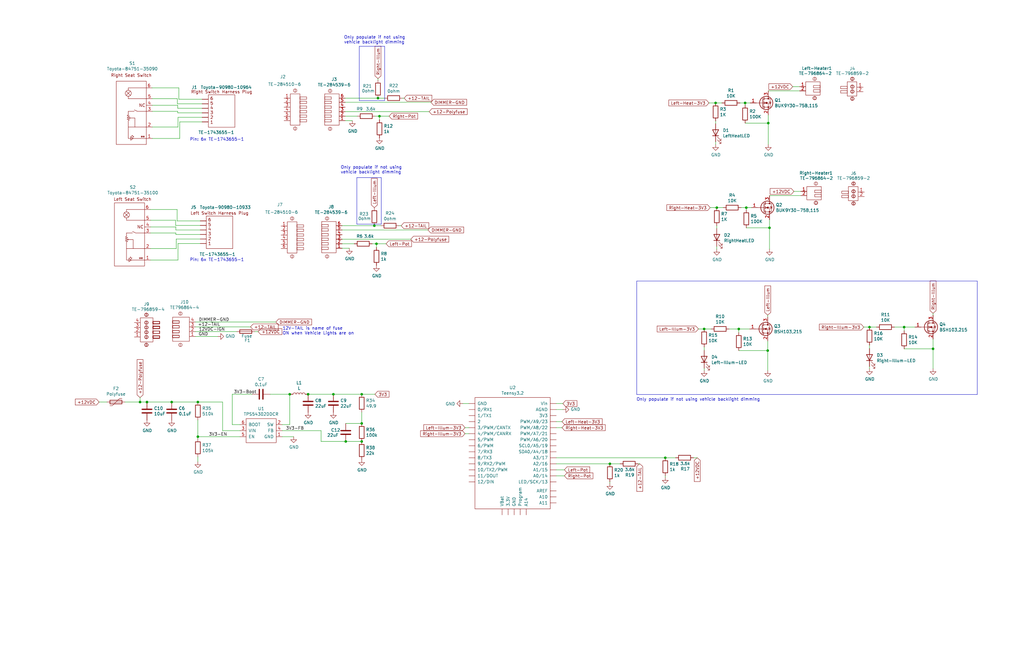
<source format=kicad_sch>
(kicad_sch (version 20230121) (generator eeschema)
  (paper "USLedger")
  (lib_symbols
    (symbol "Device:C" (pin_numbers hide) (pin_names (offset 0.254))
      (property "Reference" "C" (at 0.635 2.54 0))
      (property "Value" "C" (at 0.635 -2.54 0))
      (symbol "C_1_1"
        (pin passive line (at 0 3.81 270) (length 2.794) (name "~") (number "1"))
        (pin passive line (at 0 -3.81 90) (length 2.794) (name "~") (number "2"))
      )
    )
    (symbol "Device:Fuse" (pin_numbers hide) (pin_names (offset 0))
      (property "Reference" "F" (at 2.032 0 90))
      (property "Value" "Fuse" (at -1.905 0 90))
      (symbol "Fuse_1_1"
        (pin passive line (at 0 3.81 270) (length 1.27) (name "~") (number "1"))
        (pin passive line (at 0 -3.81 90) (length 1.27) (name "~") (number "2"))
      )
    )
    (symbol "Device:L" (pin_numbers hide) (pin_names (offset 1.016) hide)
      (property "Reference" "L" (at -1.27 0 90))
      (property "Value" "L" (at 1.905 0 90))
      (symbol "L_1_1"
        (pin passive line (at 0 3.81 270) (length 1.27) (name "1") (number "1"))
        (pin passive line (at 0 -3.81 90) (length 1.27) (name "2") (number "2"))
      )
    )
    (symbol "Device:LED" (pin_numbers hide) (pin_names (offset 1.016) hide)
      (property "Reference" "D" (at 0 2.54 0))
      (property "Value" "LED" (at 0 -2.54 0))
      (symbol "LED_1_1"
        (pin passive line (at -3.81 0 0) (length 2.54) (name "K") (number "1"))
        (pin passive line (at 3.81 0 180) (length 2.54) (name "A") (number "2"))
      )
    )
    (symbol "Device:Polyfuse" (pin_numbers hide) (pin_names (offset 0))
      (property "Reference" "F" (at -2.54 0 90))
      (property "Value" "Polyfuse" (at 2.54 0 90))
      (symbol "Polyfuse_1_1"
        (pin passive line (at 0 3.81 270) (length 1.27) (name "~") (number "1"))
        (pin passive line (at 0 -3.81 90) (length 1.27) (name "~") (number "2"))
      )
    )
    (symbol "Device:R" (pin_numbers hide) (pin_names (offset 0))
      (property "Reference" "R" (at 2.032 0 90))
      (property "Value" "R" (at 0 0 90))
      (symbol "R_1_1"
        (pin passive line (at 0 3.81 270) (length 1.27) (name "~") (number "1"))
        (pin passive line (at 0 -3.81 90) (length 1.27) (name "~") (number "2"))
      )
    )
    (symbol "_4runner-seat-heat-custom-libraries:BSH103,215" (pin_names (offset 1.016) hide)
      (property "Reference" "Q" (at 2.921 2.413 0))
      (property "Value" "BSH103,215" (at 7.62 4.191 0))
      (symbol "BSH103,215_1_1"
        (pin passive line (at -7.62 0 0) (length 2.54) (name "G") (number "1"))
        (pin passive line (at 0 -5.08 90) (length 2.54) (name "S") (number "2"))
        (pin passive line (at 0 5.08 270) (length 2.54) (name "D") (number "3"))
      )
    )
    (symbol "_4runner-seat-heat-custom-libraries:BUK9Y30-75B,115" (pin_names (offset 1.016) hide)
      (property "Reference" "Q" (at 2.921 2.413 0))
      (property "Value" "BUK9Y30-75B,115" (at 11.176 4.318 0))
      (symbol "BUK9Y30-75B,115_1_1"
        (pin passive line (at -7.62 0 0) (length 2.54) (name "G") (number "1"))
        (pin passive line (at 0 -5.08 90) (length 2.54) (name "S") (number "2"))
        (pin passive line (at 0 5.08 270) (length 2.54) (name "D") (number "3"))
      )
    )
    (symbol "_4runner-seat-heat-custom-libraries:TE-1743655-1" (pin_numbers hide) (pin_names (offset 1.016) hide) (on_board no)
      (property "Reference" "Pin" (at 0 0 0))
      (property "Value" "TE-1743655-1" (at 0.254 1.778 0))
      (symbol "TE-1743655-1_1_1"
        (pin input line (at -2.54 -2.54 0) (length 2.54) (name "1") (number "1"))
      )
    )
    (symbol "_4runner-seat-heat-custom-libraries:TE-284510-6" (pin_names (offset 1.016) hide) (on_board no)
      (property "Reference" "J" (at 3.81 0.762 0))
      (property "Value" "TE-284510-6" (at 4.572 3.302 0))
      (symbol "TE-284510-6_1_1"
        (pin input line (at 1.016 -2.667 0) (length 2.54) (name "1") (number "1"))
        (pin input line (at 1.016 -4.572 0) (length 2.54) (name "2") (number "2"))
        (pin input line (at 1.016 -6.477 0) (length 2.54) (name "3") (number "3"))
        (pin input line (at 1.016 -8.382 0) (length 2.54) (name "4") (number "4"))
        (pin input line (at 1.016 -10.414 0) (length 2.54) (name "5") (number "5"))
        (pin input line (at 1.016 -12.192 0) (length 2.54) (name "6") (number "6"))
      )
    )
    (symbol "_4runner-seat-heat-custom-libraries:TE-284539-6" (pin_names (offset 1.016) hide)
      (property "Reference" "J" (at -2.794 0.508 0))
      (property "Value" "TE-284539-6" (at 1.27 3.302 0))
      (symbol "TE-284539-6_1_1"
        (pin input line (at 6.35 -12.065 180) (length 2.54) (name "1") (number "1"))
        (pin input line (at 6.35 -10.16 180) (length 2.54) (name "2") (number "2"))
        (pin input line (at 6.35 -8.255 180) (length 2.54) (name "3") (number "3"))
        (pin input line (at 6.35 -6.35 180) (length 2.54) (name "4") (number "4"))
        (pin input line (at 6.35 -4.318 180) (length 2.54) (name "5") (number "5"))
        (pin input line (at 6.35 -2.54 180) (length 2.54) (name "6") (number "6"))
      )
    )
    (symbol "_4runner-seat-heat-custom-libraries:TE-796859-2" (pin_names (offset 1.016) hide) (on_board no)
      (property "Reference" "J" (at -1.778 -1.524 0))
      (property "Value" "TE-796859-2" (at -0.762 1.524 0))
      (symbol "TE-796859-2_1_1"
        (pin input line (at -4.572 -6.35 0) (length 2.54) (name "1") (number "1"))
        (pin input line (at -4.572 -4.445 0) (length 2.54) (name "2") (number "2"))
      )
    )
    (symbol "_4runner-seat-heat-custom-libraries:TE-796859-4" (pin_names (offset 1.016) hide) (on_board no)
      (property "Reference" "J" (at -1.778 0.254 0))
      (property "Value" "TE-796859-4" (at 0.254 3.302 0))
      (symbol "TE-796859-4_1_1"
        (pin input line (at -5.08 -9.398 0) (length 2.54) (name "1") (number "1"))
        (pin input line (at -5.08 -7.366 0) (length 2.54) (name "2") (number "2"))
        (pin input line (at -5.08 -5.334 0) (length 2.54) (name "3") (number "3"))
        (pin input line (at -5.08 -3.302 0) (length 2.54) (name "4") (number "4"))
      )
    )
    (symbol "_4runner-seat-heat-custom-libraries:TE-796864-2" (pin_names (offset 1.016) hide)
      (property "Reference" "J" (at -2.032 -2.032 0))
      (property "Value" "TE-796864-2" (at 0 0 0))
      (symbol "TE-796864-2_1_1"
        (pin input line (at 6.35 -7.62 180) (length 2.54) (name "1") (number "1"))
        (pin input line (at 6.35 -5.842 180) (length 2.54) (name "2") (number "2"))
      )
    )
    (symbol "_4runner-seat-heat-custom-libraries:TE-796866-4" (pin_names (offset 1.016) hide)
      (property "Reference" "J" (at -2.54 0 0))
      (property "Value" "TE-796866-4" (at 0.762 2.286 0))
      (symbol "TE-796866-4_1_1"
        (pin input line (at 6.35 -9.652 180) (length 2.54) (name "1") (number "1"))
        (pin input line (at 6.35 -7.62 180) (length 2.54) (name "2") (number "2"))
        (pin input line (at 6.35 -5.588 180) (length 2.54) (name "3") (number "3"))
        (pin input line (at 6.35 -3.556 180) (length 2.54) (name "4") (number "4"))
      )
    )
    (symbol "_4runner-seat-heat-custom-libraries:TPS54302DDCR" (pin_names (offset 1.016))
      (property "Reference" "U" (at -3.81 1.27 0))
      (property "Value" "TPS54302DDCR" (at 1.27 3.81 0))
      (symbol "TPS54302DDCR_1_1"
        (pin input line (at 10.16 -7.62 180) (length 2.54) (name "GND") (number "1"))
        (pin input line (at 10.16 -2.54 180) (length 2.54) (name "SW") (number "2"))
        (pin input line (at -7.62 -5.08 0) (length 2.54) (name "VIN") (number "3"))
        (pin input line (at 10.16 -5.08 180) (length 2.54) (name "FB") (number "4"))
        (pin input line (at -7.62 -7.62 0) (length 2.54) (name "EN") (number "5"))
        (pin input line (at -7.62 -2.54 0) (length 2.54) (name "BOOT") (number "6"))
      )
    )
    (symbol "_4runner-seat-heat-custom-libraries:Teensy3.2" (pin_numbers hide) (pin_names (offset 1.016))
      (property "Reference" "U" (at 12.7 13.97 0))
      (property "Value" "Teensy3.2" (at -2.54 13.97 0))
      (symbol "Teensy3.2_1_1"
        (pin input line (at -10.16 7.62 0) (length 2.54) (name "0/RX1") (number "0"))
        (pin input line (at -10.16 5.08 0) (length 2.54) (name "1/TX1") (number "1"))
        (pin input line (at -10.16 -17.78 0) (length 2.54) (name "10/TX2/PWM") (number "10"))
        (pin input line (at -10.16 -20.32 0) (length 2.54) (name "11/DOUT") (number "11"))
        (pin input line (at -10.16 -22.86 0) (length 2.54) (name "12/DIN") (number "12"))
        (pin input line (at 26.67 -22.86 180) (length 2.54) (name "LED/SCK/13") (number "13"))
        (pin input line (at 26.67 -20.32 180) (length 2.54) (name "A0/14") (number "14"))
        (pin input line (at 26.67 -17.78 180) (length 2.54) (name "A1/15") (number "15"))
        (pin input line (at 26.67 -15.24 180) (length 2.54) (name "A2/16") (number "16"))
        (pin input line (at 26.67 -12.7 180) (length 2.54) (name "A3/17") (number "17"))
        (pin input line (at 26.67 -10.16 180) (length 2.54) (name "SDA0/A4/18") (number "18"))
        (pin input line (at 26.67 -7.62 180) (length 2.54) (name "SCL0/A5/19") (number "19"))
        (pin input line (at -10.16 2.54 0) (length 2.54) (name "2") (number "2"))
        (pin input line (at 26.67 -5.08 180) (length 2.54) (name "PWM/A6/20") (number "20"))
        (pin input line (at 26.67 -2.54 180) (length 2.54) (name "PWM/A7/21") (number "21"))
        (pin input line (at 26.67 0 180) (length 2.54) (name "PWM/A8/22") (number "22"))
        (pin input line (at 26.67 2.54 180) (length 2.54) (name "PWM/A9/23") (number "23"))
        (pin input line (at -10.16 0 0) (length 2.54) (name "3/PWM/CANTX") (number "3"))
        (pin input line (at 6.35 -36.83 90) (length 2.54) (name "3.3V") (number "3.3V"))
        (pin input line (at 26.67 5.08 180) (length 2.54) (name "3V3") (number "3V3"))
        (pin input line (at -10.16 -2.54 0) (length 2.54) (name "4/PWM/CANRX") (number "4"))
        (pin input line (at -10.16 -5.08 0) (length 2.54) (name "5/PWM") (number "5"))
        (pin input line (at -10.16 -7.62 0) (length 2.54) (name "6/PWM") (number "6"))
        (pin input line (at -10.16 -10.16 0) (length 2.54) (name "7/RX3") (number "7"))
        (pin input line (at -10.16 -12.7 0) (length 2.54) (name "8/TX3") (number "8"))
        (pin input line (at -10.16 -15.24 0) (length 2.54) (name "9/RX2/PWM") (number "9"))
        (pin input line (at 26.67 -29.21 180) (length 2.54) (name "A10") (number "A10"))
        (pin input line (at 26.67 -31.75 180) (length 2.54) (name "A11") (number "A11"))
        (pin input line (at 13.97 -36.83 90) (length 2.54) (name "A14") (number "A14"))
        (pin input line (at 26.67 7.62 180) (length 2.54) (name "AGND") (number "AGND"))
        (pin input line (at 26.67 -26.67 180) (length 2.54) (name "AREF") (number "AREF"))
        (pin input line (at -10.16 10.16 0) (length 2.54) (name "GND") (number "GND"))
        (pin input line (at 8.89 -36.83 90) (length 2.54) (name "GND") (number "GND"))
        (pin input line (at 11.43 -36.83 90) (length 2.54) (name "Program") (number "Program"))
        (pin input line (at 3.81 -36.83 90) (length 2.54) (name "VBat") (number "VBat"))
        (pin input line (at 26.67 10.16 180) (length 2.54) (name "Vin") (number "Vin"))
      )
    )
    (symbol "_4runner-seat-heat-custom-libraries:Toyota-84751-35090" (pin_names (offset 1.016) hide) (on_board no)
      (property "Reference" "S" (at -8.89 1.27 0))
      (property "Value" "Toyota-84751-35090" (at 0 3.81 0))
      (symbol "Toyota-84751-35090_0_0"
        (text "GND" (at 6.096 -24.638 0) (effects (font (size 0.508 0.508))))
        (text "NC" (at 5.842 -11.43 0) (effects (font (size 1.27 1.27))))
        (text "Right Seat Switch" (at 1.27 1.27 0) (effects (font (size 1.27 1.27))))
      )
      (symbol "Toyota-84751-35090_1_1"
        (pin input line (at 10.16 -25.4 180) (length 2.54) (name "1") (number "1"))
        (pin input line (at 10.16 -20.574 180) (length 2.54) (name "2") (number "2"))
        (pin input line (at 10.16 -13.97 180) (length 2.54) (name "3") (number "3"))
        (pin input line (at 10.16 -11.43 180) (length 2.54) (name "4") (number "4"))
        (pin input line (at 10.16 -8.636 180) (length 2.54) (name "5") (number "5"))
        (pin input line (at 10.033 -4.064 180) (length 2.54) (name "6") (number "6"))
      )
    )
    (symbol "_4runner-seat-heat-custom-libraries:Toyota-84751-35100" (pin_names (offset 1.016) hide) (on_board no)
      (property "Reference" "S" (at -7.366 -0.254 0))
      (property "Value" "Toyota-84751-35100" (at 1.016 1.778 0))
      (symbol "Toyota-84751-35100_0_0"
        (text "Left Seat Switch" (at 2.54 -0.254 0) (effects (font (size 1.27 1.27))))
      )
      (symbol "Toyota-84751-35100_1_1"
        (text "GND" (at 6.096 -25.146 0) (effects (font (size 0.508 0.508))))
        (text "NC" (at 5.842 -11.938 0) (effects (font (size 1.27 1.27))))
        (pin input line (at 10.16 -25.908 180) (length 2.54) (name "1") (number "1"))
        (pin input line (at 10.16 -21.082 180) (length 2.54) (name "2") (number "2"))
        (pin input line (at 10.16 -14.478 180) (length 2.54) (name "3") (number "3"))
        (pin input line (at 10.16 -11.938 180) (length 2.54) (name "4") (number "4"))
        (pin input line (at 10.16 -9.144 180) (length 2.54) (name "5") (number "5"))
        (pin input line (at 10.033 -4.572 180) (length 2.54) (name "6") (number "6"))
      )
    )
    (symbol "_4runner-seat-heat-custom-libraries:Toyota-90980-10933" (pin_names (offset 1.016)) (on_board no)
      (property "Reference" "J" (at -9.398 -0.762 0))
      (property "Value" "Toyota-90980-10933" (at 3.81 -0.762 0))
      (symbol "Toyota-90980-10933_0_0"
        (text "1" (at -2.159 -15.875 0) (effects (font (size 1.27 1.27))))
        (text "2" (at -2.159 -13.843 0) (effects (font (size 1.27 1.27))))
        (text "3" (at -2.159 -11.811 0) (effects (font (size 1.27 1.27))))
        (text "4" (at -2.159 -9.779 0) (effects (font (size 1.27 1.27))))
        (text "5" (at -2.159 -7.874 0) (effects (font (size 1.27 1.27))))
        (text "6" (at -2.159 -5.842 0) (effects (font (size 1.27 1.27))))
      )
      (symbol "Toyota-90980-10933_1_1"
        (text "Left Switch Harness Plug" (at 2.032 -3.048 0) (effects (font (size 1.27 1.27))))
      )
    )
    (symbol "_4runner-seat-heat-custom-libraries:Toyota-90980-10964" (pin_names (offset 1.016)) (on_board no)
      (property "Reference" "J" (at -8.382 1.016 0))
      (property "Value" "Toyota-90980-10964" (at 4.572 1.27 0))
      (symbol "Toyota-90980-10964_0_0"
        (text "Right Switch Harness Plug" (at 3.81 -1.27 0) (effects (font (size 1.27 1.27))))
      )
      (symbol "Toyota-90980-10964_1_1"
        (text "1" (at -0.381 -14.097 0) (effects (font (size 1.27 1.27))))
        (text "2" (at -0.381 -12.065 0) (effects (font (size 1.27 1.27))))
        (text "3" (at -0.381 -10.033 0) (effects (font (size 1.27 1.27))))
        (text "4" (at -0.381 -8.001 0) (effects (font (size 1.27 1.27))))
        (text "5" (at -0.381 -6.096 0) (effects (font (size 1.27 1.27))))
        (text "6" (at -0.381 -4.064 0) (effects (font (size 1.27 1.27))))
      )
    )
    (symbol "power:GND" (power) (pin_names (offset 0))
      (property "Value" "GND" (at 0 -3.81 0))
      (symbol "GND_1_1"
        (pin power_in line (at 0 0 270) (length 0) hide (name "GND") (number "1"))
      )
    )
  )
  (junction (at 61.976 169.672))
  (junction (at 83.439 184.277))
  (junction (at 314.198 43.434))
  (junction (at 160.02 49.022))
  (junction (at 59.055 169.672))
  (junction (at 157.861 95.25))
  (junction (at 393.446 147.193))
  (junction (at 366.649 138.049))
  (junction (at 140.589 166.37))
  (junction (at 323.723 147.955))
  (junction (at 257.175 195.707))
  (junction (at 152.527 178.689))
  (junction (at 145.796 186.309))
  (junction (at 301.752 43.434))
  (junction (at 381.254 138.049))
  (junction (at 159.385 41.402))
  (junction (at 324.485 96.139))
  (junction (at 314.706 87.63))
  (junction (at 83.439 169.672))
  (junction (at 158.75 102.87))
  (junction (at 129.921 166.37))
  (junction (at 122.174 166.37))
  (junction (at 323.977 51.943))
  (junction (at 72.39 169.672))
  (junction (at 152.527 166.37))
  (junction (at 302.26 87.63))
  (junction (at 152.527 186.309))
  (junction (at 311.531 138.811))
  (junction (at 280.543 193.167))
  (junction (at 296.926 138.811))
  (wire (pts (xy 366.649 138.049) (xy 364.236 138.049)))
  (wire (pts (xy 296.926 138.811) (xy 294.513 138.811)))
  (wire (pts (xy 324.485 96.139) (xy 324.485 92.71)))
  (wire (pts (xy 64.262 44.45) (xy 74.93 44.45)))
  (wire (pts (xy 75.057 49.53) (xy 85.217 49.53)))
  (wire (pts (xy 135.382 181.737) (xy 135.382 186.309)))
  (wire (pts (xy 93.853 169.672) (xy 93.853 181.737)))
  (wire (pts (xy 323.723 147.955) (xy 323.723 156.337)))
  (wire (pts (xy 377.19 138.049) (xy 381.254 138.049)))
  (polyline (pts (xy 150.495 94.615) (xy 150.495 74.93)))
  (wire (pts (xy 296.926 146.431) (xy 296.926 147.828)))
  (wire (pts (xy 145.542 41.402) (xy 159.385 41.402)))
  (wire (pts (xy 234.569 172.847) (xy 237.363 172.847)))
  (wire (pts (xy 381.254 139.573) (xy 381.254 138.049)))
  (wire (pts (xy 323.977 51.943) (xy 323.977 60.96)))
  (wire (pts (xy 74.676 93.218) (xy 84.455 93.218)))
  (wire (pts (xy 101.219 184.277) (xy 83.439 184.277)))
  (wire (pts (xy 75.438 37.084) (xy 75.438 41.91)))
  (wire (pts (xy 63.5 95.758) (xy 74.168 95.758)))
  (wire (pts (xy 150.622 49.022) (xy 145.542 49.022)))
  (wire (pts (xy 144.272 100.965) (xy 173.228 100.965)))
  (wire (pts (xy 75.057 109.728) (xy 75.057 102.743)))
  (wire (pts (xy 393.446 143.129) (xy 393.446 147.193)))
  (polyline (pts (xy 151.511 19.558) (xy 151.511 42.418)))
  (wire (pts (xy 302.26 95.25) (xy 302.26 96.393)))
  (wire (pts (xy 82.423 135.89) (xy 116.332 135.89)))
  (wire (pts (xy 152.527 178.689) (xy 145.796 178.689)))
  (wire (pts (xy 61.976 169.672) (xy 72.39 169.672)))
  (wire (pts (xy 393.446 147.193) (xy 393.446 155.575)))
  (wire (pts (xy 156.972 102.87) (xy 158.75 102.87)))
  (polyline (pts (xy 160.782 94.615) (xy 150.495 94.615)))
  (wire (pts (xy 304.927 87.63) (xy 302.26 87.63)))
  (wire (pts (xy 301.752 51.054) (xy 301.752 52.197)))
  (wire (pts (xy 52.705 169.672) (xy 59.055 169.672)))
  (wire (pts (xy 63.5 104.902) (xy 74.295 104.902)))
  (wire (pts (xy 296.926 155.448) (xy 296.926 156.337)))
  (wire (pts (xy 63.5 109.728) (xy 75.057 109.728)))
  (wire (pts (xy 83.439 169.672) (xy 93.853 169.672)))
  (wire (pts (xy 314.706 87.63) (xy 312.547 87.63)))
  (wire (pts (xy 83.439 177.292) (xy 83.439 184.277)))
  (wire (pts (xy 148.59 50.927) (xy 145.542 50.927)))
  (wire (pts (xy 299.847 138.811) (xy 296.926 138.811)))
  (wire (pts (xy 159.385 41.402) (xy 162.179 41.402)))
  (wire (pts (xy 337.185 38.354) (xy 323.977 38.354)))
  (polyline (pts (xy 151.511 19.558) (xy 162.179 19.558)))
  (wire (pts (xy 323.723 133.731) (xy 323.723 132.969)))
  (wire (pts (xy 314.198 44.323) (xy 314.198 43.434)))
  (polyline (pts (xy 162.179 19.558) (xy 162.179 42.418)))
  (wire (pts (xy 324.485 96.139) (xy 324.485 105.156)))
  (wire (pts (xy 302.26 104.013) (xy 302.26 105.156)))
  (wire (pts (xy 236.982 180.467) (xy 234.569 180.467)))
  (wire (pts (xy 323.977 51.943) (xy 323.977 48.514)))
  (wire (pts (xy 366.649 154.686) (xy 366.649 155.575)))
  (wire (pts (xy 145.542 43.18) (xy 181.737 43.18)))
  (wire (pts (xy 129.921 166.37) (xy 140.589 166.37)))
  (wire (pts (xy 257.175 203.327) (xy 257.175 203.962)))
  (wire (pts (xy 74.803 43.815) (xy 85.217 43.815)))
  (wire (pts (xy 75.819 51.435) (xy 85.217 51.435)))
  (wire (pts (xy 314.198 43.434) (xy 312.039 43.434)))
  (wire (pts (xy 381.254 138.049) (xy 385.826 138.049)))
  (wire (pts (xy 234.569 193.167) (xy 280.543 193.167)))
  (wire (pts (xy 301.752 43.434) (xy 298.958 43.434)))
  (wire (pts (xy 314.706 88.519) (xy 314.706 87.63)))
  (wire (pts (xy 157.861 95.25) (xy 144.272 95.25)))
  (polyline (pts (xy 160.782 74.93) (xy 160.782 94.615)))
  (wire (pts (xy 280.543 200.787) (xy 280.543 201.422)))
  (wire (pts (xy 280.543 193.167) (xy 284.861 193.167)))
  (wire (pts (xy 369.57 138.049) (xy 366.649 138.049)))
  (wire (pts (xy 169.164 95.25) (xy 168.275 95.25)))
  (wire (pts (xy 83.439 185.166) (xy 83.439 184.277)))
  (wire (pts (xy 393.446 147.193) (xy 381.254 147.193)))
  (wire (pts (xy 64.262 41.656) (xy 74.803 41.656)))
  (wire (pts (xy 74.168 98.298) (xy 74.168 98.933)))
  (wire (pts (xy 237.998 198.247) (xy 234.569 198.247)))
  (wire (pts (xy 63.5 92.964) (xy 74.041 92.964)))
  (wire (pts (xy 82.423 141.986) (xy 91.7956 141.986)))
  (wire (pts (xy 118.999 181.737) (xy 135.382 181.737)))
  (wire (pts (xy 152.527 173.99) (xy 152.527 178.689)))
  (wire (pts (xy 314.706 96.139) (xy 324.485 96.139)))
  (wire (pts (xy 74.295 100.838) (xy 84.455 100.838)))
  (wire (pts (xy 145.796 186.309) (xy 152.527 186.309)))
  (polyline (pts (xy 268.478 166.497) (xy 268.478 118.618)))
  (wire (pts (xy 64.135 37.084) (xy 75.438 37.084)))
  (wire (pts (xy 159.385 33.782) (xy 159.385 33.147)))
  (wire (pts (xy 74.041 92.964) (xy 74.041 95.123)))
  (wire (pts (xy 93.853 181.737) (xy 101.219 181.737)))
  (wire (pts (xy 311.531 140.335) (xy 311.531 138.811)))
  (wire (pts (xy 152.527 166.37) (xy 158.115 166.37)))
  (wire (pts (xy 45.085 169.672) (xy 41.783 169.672)))
  (wire (pts (xy 160.02 50.546) (xy 160.02 49.022)))
  (wire (pts (xy 196.088 180.467) (xy 197.739 180.467)))
  (wire (pts (xy 337.185 36.576) (xy 334.264 36.576)))
  (wire (pts (xy 304.419 43.434) (xy 301.752 43.434)))
  (wire (pts (xy 72.39 169.672) (xy 83.439 169.672)))
  (wire (pts (xy 366.649 145.669) (xy 366.649 147.066)))
  (wire (pts (xy 122.174 166.37) (xy 122.174 179.197)))
  (wire (pts (xy 147.32 104.775) (xy 144.272 104.775)))
  (wire (pts (xy 269.113 195.707) (xy 269.748 195.707)))
  (wire (pts (xy 314.198 51.943) (xy 323.977 51.943)))
  (polyline (pts (xy 162.179 42.418) (xy 151.511 42.418)))
  (wire (pts (xy 64.262 58.42) (xy 75.819 58.42)))
  (wire (pts (xy 149.352 102.87) (xy 144.272 102.87)))
  (wire (pts (xy 59.055 167.767) (xy 59.055 169.672)))
  (wire (pts (xy 294.005 193.167) (xy 292.481 193.167)))
  (wire (pts (xy 302.26 87.63) (xy 299.466 87.63)))
  (wire (pts (xy 74.93 45.72) (xy 85.217 45.72)))
  (wire (pts (xy 75.438 41.91) (xy 85.217 41.91)))
  (wire (pts (xy 160.02 49.022) (xy 164.084 49.022)))
  (wire (pts (xy 323.723 143.891) (xy 323.723 147.955)))
  (wire (pts (xy 75.057 102.743) (xy 84.455 102.743)))
  (wire (pts (xy 74.168 97.028) (xy 84.455 97.028)))
  (wire (pts (xy 107.442 139.954) (xy 108.839 139.954)))
  (wire (pts (xy 135.382 186.309) (xy 145.796 186.309)))
  (polyline (pts (xy 412.115 166.497) (xy 268.478 166.497)))
  (wire (pts (xy 196.088 183.007) (xy 197.739 183.007)))
  (wire (pts (xy 169.799 41.402) (xy 170.434 41.402)))
  (polyline (pts (xy 412.115 118.618) (xy 412.115 166.497)))
  (wire (pts (xy 63.373 88.392) (xy 74.676 88.392)))
  (wire (pts (xy 113.919 166.37) (xy 122.174 166.37)))
  (wire (pts (xy 74.168 98.933) (xy 84.455 98.933)))
  (wire (pts (xy 74.803 41.656) (xy 74.803 43.815)))
  (wire (pts (xy 74.93 46.99) (xy 74.93 47.625)))
  (wire (pts (xy 64.262 46.99) (xy 74.93 46.99)))
  (wire (pts (xy 122.174 166.37) (xy 122.301 166.37)))
  (wire (pts (xy 316.865 87.63) (xy 314.706 87.63)))
  (wire (pts (xy 257.175 195.707) (xy 261.493 195.707)))
  (wire (pts (xy 74.93 44.45) (xy 74.93 45.72)))
  (wire (pts (xy 74.295 104.902) (xy 74.295 100.838)))
  (wire (pts (xy 59.055 169.672) (xy 61.976 169.672)))
  (wire (pts (xy 311.531 138.811) (xy 316.103 138.811)))
  (wire (pts (xy 237.363 170.307) (xy 234.569 170.307)))
  (wire (pts (xy 316.357 43.434) (xy 314.198 43.434)))
  (wire (pts (xy 82.423 137.922) (xy 105.664 137.922)))
  (wire (pts (xy 97.917 179.197) (xy 97.917 166.37)))
  (wire (pts (xy 337.693 82.55) (xy 324.485 82.55)))
  (wire (pts (xy 158.75 104.394) (xy 158.75 102.87)))
  (wire (pts (xy 237.998 200.787) (xy 234.569 200.787)))
  (wire (pts (xy 74.676 88.392) (xy 74.676 93.218)))
  (polyline (pts (xy 150.495 74.93) (xy 160.782 74.93)))
  (wire (pts (xy 74.93 47.625) (xy 85.217 47.625)))
  (wire (pts (xy 301.752 59.817) (xy 301.752 60.96)))
  (wire (pts (xy 393.446 132.969) (xy 393.446 132.207)))
  (wire (pts (xy 83.439 194.818) (xy 83.439 192.786)))
  (wire (pts (xy 158.242 49.022) (xy 160.02 49.022)))
  (wire (pts (xy 75.057 53.594) (xy 75.057 49.53)))
  (wire (pts (xy 74.041 95.123) (xy 84.455 95.123)))
  (wire (pts (xy 140.589 166.37) (xy 152.527 166.37)))
  (wire (pts (xy 97.917 166.37) (xy 106.299 166.37)))
  (polyline (pts (xy 268.478 118.618) (xy 412.115 118.618)))
  (wire (pts (xy 74.168 95.758) (xy 74.168 97.028)))
  (wire (pts (xy 337.693 80.772) (xy 334.772 80.772)))
  (wire (pts (xy 307.467 138.811) (xy 311.531 138.811)))
  (wire (pts (xy 323.723 147.955) (xy 311.531 147.955)))
  (wire (pts (xy 101.219 179.197) (xy 97.917 179.197)))
  (wire (pts (xy 234.569 195.707) (xy 257.175 195.707)))
  (wire (pts (xy 144.272 97.028) (xy 180.467 97.028)))
  (wire (pts (xy 145.542 47.117) (xy 180.975 47.117)))
  (wire (pts (xy 64.262 53.594) (xy 75.057 53.594)))
  (wire (pts (xy 195.199 170.307) (xy 197.739 170.307)))
  (wire (pts (xy 158.75 102.87) (xy 162.814 102.87)))
  (wire (pts (xy 75.819 58.42) (xy 75.819 51.435)))
  (wire (pts (xy 118.999 184.277) (xy 123.825 184.277)))
  (wire (pts (xy 157.861 95.25) (xy 160.655 95.25)))
  (wire (pts (xy 63.5 98.298) (xy 74.168 98.298)))
  (wire (pts (xy 82.423 139.954) (xy 99.822 139.954)))
  (wire (pts (xy 236.982 177.927) (xy 234.569 177.927)))
  (wire (pts (xy 122.174 179.197) (xy 118.999 179.197)))
  (text "Pin: 6x TE-1743655-1" (at 80.01 110.49 0) (effects (font (size 1.27 1.27)) (justify left bottom)))
  (text "Pin: 6x TE-1743655-1" (at 80.01 59.69 0) (effects (font (size 1.27 1.27)) (justify left bottom)))
  (text "Only populate if not using \nvehicle backlight dimming" (at 145.034 18.669 0) (effects (font (size 1.27 1.27)) (justify left bottom)))
  (text "Only populate if not using vehicle backlight dimming" (at 268.351 169.418 0) (effects (font (size 1.27 1.27)) (justify left bottom)))
  (text "12V-TAIL is name of fuse\nON when Vehicle Lights are on" (at 119.126 141.478 0) (effects (font (size 1.27 1.27)) (justify left bottom)))
  (text "Only populate if not using \nvehicle backlight dimming" (at 143.637 73.533 0) (effects (font (size 1.27 1.27)) (justify left bottom)))
  (label "3V3-EN" (at 88.011 184.277 0))
  (label "+12-TAIL" (at 83.439 137.922 0))
  (label "GND" (at 83.693 141.986 0))
  (label "3V3-FB" (at 120.523 181.737 0))
  (label "DIMMER-GND" (at 83.82 135.89 0))
  (label "3V3-Boot" (at 98.552 166.37 0))
  (label "12VDC-IGN" (at 83.82 139.954 0))
  (global_label "+12-TAIL" (shape input) (at 269.748 195.707 270) (property "Intersheetrefs" "${INTERSHEET_REFS}" (effects hide)))
  (global_label "DIMMER-GND" (shape input) (at 180.467 97.028 0) (property "Intersheetrefs" "${INTERSHEET_REFS}" (effects hide)))
  (global_label "Left-Illum-3V3" (shape input) (at 294.513 138.811 180) (property "Intersheetrefs" "${INTERSHEET_REFS}" (effects hide)))
  (global_label "Right-Heat-3V3" (shape input) (at 299.466 87.63 180) (property "Intersheetrefs" "${INTERSHEET_REFS}" (effects hide)))
  (global_label "Right-Illum" (shape input) (at 393.446 132.207 90) (property "Intersheetrefs" "${INTERSHEET_REFS}" (effects hide)))
  (global_label "Left-Illum-3V3" (shape input) (at 196.088 180.467 180) (property "Intersheetrefs" "${INTERSHEET_REFS}" (effects hide)))
  (global_label "+12-TAIL" (shape input) (at 170.434 41.402 0) (property "Intersheetrefs" "${INTERSHEET_REFS}" (effects hide)))
  (global_label "Left-Illum" (shape input) (at 157.861 87.63 90) (property "Intersheetrefs" "${INTERSHEET_REFS}" (effects hide)))
  (global_label "Right-Illum" (shape input) (at 159.385 33.147 90) (property "Intersheetrefs" "${INTERSHEET_REFS}" (effects hide)))
  (global_label "DIMMER-GND" (shape input) (at 181.737 43.18 0) (property "Intersheetrefs" "${INTERSHEET_REFS}" (effects hide)))
  (global_label "Right-Heat-3V3" (shape input) (at 236.982 180.467 0) (property "Intersheetrefs" "${INTERSHEET_REFS}" (effects hide)))
  (global_label "Left-Heat-3V3" (shape input) (at 298.958 43.434 180) (property "Intersheetrefs" "${INTERSHEET_REFS}" (effects hide)))
  (global_label "DIMMER-GND" (shape input) (at 116.332 135.89 0) (property "Intersheetrefs" "${INTERSHEET_REFS}" (effects hide)))
  (global_label "Left-Illum" (shape input) (at 323.723 132.969 90) (property "Intersheetrefs" "${INTERSHEET_REFS}" (effects hide)))
  (global_label "+12VDC" (shape input) (at 334.264 36.576 180) (property "Intersheetrefs" "${INTERSHEET_REFS}" (effects hide)))
  (global_label "+12VDC" (shape input) (at 334.772 80.772 180) (property "Intersheetrefs" "${INTERSHEET_REFS}" (effects hide)))
  (global_label "+12-TAIL" (shape input) (at 169.164 95.25 0) (property "Intersheetrefs" "${INTERSHEET_REFS}" (effects hide)))
  (global_label "+12-Polyfuse" (shape input) (at 180.975 47.117 0) (property "Intersheetrefs" "${INTERSHEET_REFS}" (effects hide)))
  (global_label "+12-Polyfuse" (shape input) (at 173.228 100.965 0) (property "Intersheetrefs" "${INTERSHEET_REFS}" (effects hide)))
  (global_label "Right-Pot" (shape input) (at 237.998 200.787 0) (property "Intersheetrefs" "${INTERSHEET_REFS}" (effects hide)))
  (global_label "Right-Illum-3V3" (shape input) (at 364.236 138.049 180) (property "Intersheetrefs" "${INTERSHEET_REFS}" (effects hide)))
  (global_label "Left-Pot" (shape input) (at 162.814 102.87 0) (property "Intersheetrefs" "${INTERSHEET_REFS}" (effects hide)))
  (global_label "Right-Illum-3V3" (shape input) (at 196.088 183.007 180) (property "Intersheetrefs" "${INTERSHEET_REFS}" (effects hide)))
  (global_label "Left-Heat-3V3" (shape input) (at 236.982 177.927 0) (property "Intersheetrefs" "${INTERSHEET_REFS}" (effects hide)))
  (global_label "3V3" (shape input) (at 158.115 166.37 0) (property "Intersheetrefs" "${INTERSHEET_REFS}" (effects hide)))
  (global_label "Right-Pot" (shape input) (at 164.084 49.022 0) (property "Intersheetrefs" "${INTERSHEET_REFS}" (effects hide)))
  (global_label "Left-Pot" (shape input) (at 237.998 198.247 0) (property "Intersheetrefs" "${INTERSHEET_REFS}" (effects hide)))
  (global_label "+12VDC" (shape input) (at 41.783 169.672 180) (property "Intersheetrefs" "${INTERSHEET_REFS}" (effects hide)))
  (global_label "3V3" (shape input) (at 237.363 170.307 0) (property "Intersheetrefs" "${INTERSHEET_REFS}" (effects hide)))
  (global_label "+12-TAIL" (shape input) (at 105.664 137.922 0) (property "Intersheetrefs" "${INTERSHEET_REFS}" (effects hide)))
  (global_label "+12VDC" (shape input) (at 108.839 139.954 0) (property "Intersheetrefs" "${INTERSHEET_REFS}" (effects hide)))
  (global_label "+12VDC" (shape input) (at 294.005 193.167 270) (property "Intersheetrefs" "${INTERSHEET_REFS}" (effects hide)))
  (global_label "+12-Polyfuse" (shape input) (at 59.055 167.767 90) (property "Intersheetrefs" "${INTERSHEET_REFS}" (effects hide)))
  (symbol (lib_id "_4runner-seat-heat-custom-libraries:Toyota-84751-35090") (at 54.102 33.02 0) (unit 1)
    (property "Reference" "S1" (at 55.7784 26.7208 0))
    (property "Value" "Toyota-84751-35090" (at 55.7784 29.0322 0))
    (property "Footprint" "_4runner-seat-heat-custom-libraries:DNP-Mechanical" (effects hide))
  )
  (symbol (lib_id "_4runner-seat-heat-custom-libraries:Toyota-84751-35100") (at 53.34 83.82 0) (unit 1)
    (property "Reference" "S2" (at 55.9816 79.0448 0))
    (property "Value" "Toyota-84751-35100" (at 55.9816 81.3562 0))
    (property "Footprint" "_4runner-seat-heat-custom-libraries:DNP-Mechanical" (effects hide))
  )
  (symbol (lib_id "_4runner-seat-heat-custom-libraries:Toyota-90980-10933") (at 90.551 86.868 0) (unit 1)
    (property "Reference" "J5" (at 80.391 87.503 0) (effects (justify left)))
    (property "Value" "Toyota-90980-10933" (at 84.201 87.503 0) (effects (justify left)))
    (property "Footprint" "_4runner-seat-heat-custom-libraries:DNP-Mechanical" (effects hide))
  )
  (symbol (lib_id "_4runner-seat-heat-custom-libraries:TE-1743655-1") (at 87.757 39.37 0) (unit 1)
    (property "Reference" "Pin1" (effects hide))
    (property "Value" "TE-1743655-1" (effects hide))
    (property "Footprint" "_4runner-seat-heat-custom-libraries:dev-empty-footprint" (effects hide))
    (property "Datasheet" "https://octopart.com/1743655-1-te+connectivity+%2F+amp-42552793?r=sp" (effects hide))
  )
  (symbol (lib_id "_4runner-seat-heat-custom-libraries:Toyota-90980-10964") (at 89.662 37.465 0) (unit 1)
    (property "Reference" "J1" (at 80.772 36.83 0) (effects (justify left)))
    (property "Value" "Toyota-90980-10964" (at 84.582 36.83 0) (effects (justify left)))
    (property "Footprint" "_4runner-seat-heat-custom-libraries:DNP-Mechanical" (effects hide))
  )
  (symbol (lib_id "_4runner-seat-heat-custom-libraries:TE-1743655-1") (at 87.757 41.275 0) (unit 1)
    (property "Reference" "Pin2" (effects hide))
    (property "Value" "TE-1743655-1" (effects hide))
    (property "Footprint" "_4runner-seat-heat-custom-libraries:DNP-Mechanical" (effects hide))
    (property "Datasheet" "https://octopart.com/1743655-1-te+connectivity+%2F+amp-42552793?r=sp" (effects hide))
  )
  (symbol (lib_id "_4runner-seat-heat-custom-libraries:TE-1743655-1") (at 87.757 43.18 0) (unit 1)
    (property "Reference" "Pin3" (effects hide))
    (property "Value" "TE-1743655-1" (effects hide))
    (property "Footprint" "_4runner-seat-heat-custom-libraries:DNP-Mechanical" (effects hide))
    (property "Datasheet" "https://octopart.com/1743655-1-te+connectivity+%2F+amp-42552793?r=sp" (effects hide))
  )
  (symbol (lib_id "_4runner-seat-heat-custom-libraries:TE-1743655-1") (at 87.757 45.085 0) (unit 1)
    (property "Reference" "Pin4" (effects hide))
    (property "Value" "TE-1743655-1" (effects hide))
    (property "Footprint" "_4runner-seat-heat-custom-libraries:DNP-Mechanical" (effects hide))
    (property "Datasheet" "https://octopart.com/1743655-1-te+connectivity+%2F+amp-42552793?r=sp" (effects hide))
  )
  (symbol (lib_id "_4runner-seat-heat-custom-libraries:TE-1743655-1") (at 87.757 46.99 0) (unit 1)
    (property "Reference" "Pin5" (effects hide))
    (property "Value" "TE-1743655-1" (effects hide))
    (property "Footprint" "_4runner-seat-heat-custom-libraries:DNP-Mechanical" (effects hide))
    (property "Datasheet" "https://octopart.com/1743655-1-te+connectivity+%2F+amp-42552793?r=sp" (effects hide))
  )
  (symbol (lib_id "_4runner-seat-heat-custom-libraries:TE-1743655-1") (at 87.757 48.895 0) (unit 1)
    (property "Reference" "Pin6" (effects hide))
    (property "Value" "TE-1743655-1" (at 91.186 55.88 0))
    (property "Footprint" "_4runner-seat-heat-custom-libraries:DNP-Mechanical" (effects hide))
    (property "Datasheet" "https://octopart.com/1743655-1-te+connectivity+%2F+amp-42552793?r=sp" (effects hide))
  )
  (symbol (lib_id "_4runner-seat-heat-custom-libraries:TE-1743655-1") (at 86.995 90.678 0) (unit 1)
    (property "Reference" "Pin7" (effects hide))
    (property "Value" "TE-1743655-1" (effects hide))
    (property "Footprint" "_4runner-seat-heat-custom-libraries:DNP-Mechanical" (effects hide))
    (property "Datasheet" "https://octopart.com/1743655-1-te+connectivity+%2F+amp-42552793?r=sp" (effects hide))
  )
  (symbol (lib_id "_4runner-seat-heat-custom-libraries:TE-1743655-1") (at 86.995 92.583 0) (unit 1)
    (property "Reference" "Pin8" (effects hide))
    (property "Value" "TE-1743655-1" (effects hide))
    (property "Footprint" "_4runner-seat-heat-custom-libraries:DNP-Mechanical" (effects hide))
    (property "Datasheet" "https://octopart.com/1743655-1-te+connectivity+%2F+amp-42552793?r=sp" (effects hide))
  )
  (symbol (lib_id "_4runner-seat-heat-custom-libraries:TE-1743655-1") (at 86.995 94.488 0) (unit 1)
    (property "Reference" "Pin9" (effects hide))
    (property "Value" "TE-1743655-1" (effects hide))
    (property "Footprint" "_4runner-seat-heat-custom-libraries:DNP-Mechanical" (effects hide))
    (property "Datasheet" "https://octopart.com/1743655-1-te+connectivity+%2F+amp-42552793?r=sp" (effects hide))
  )
  (symbol (lib_id "_4runner-seat-heat-custom-libraries:TE-1743655-1") (at 86.995 96.393 0) (unit 1)
    (property "Reference" "Pin10" (effects hide))
    (property "Value" "TE-1743655-1" (effects hide))
    (property "Footprint" "_4runner-seat-heat-custom-libraries:DNP-Mechanical" (effects hide))
    (property "Datasheet" "https://octopart.com/1743655-1-te+connectivity+%2F+amp-42552793?r=sp" (effects hide))
  )
  (symbol (lib_id "_4runner-seat-heat-custom-libraries:TE-1743655-1") (at 86.995 98.298 0) (unit 1)
    (property "Reference" "Pin11" (effects hide))
    (property "Value" "TE-1743655-1" (effects hide))
    (property "Footprint" "_4runner-seat-heat-custom-libraries:DNP-Mechanical" (effects hide))
    (property "Datasheet" "https://octopart.com/1743655-1-te+connectivity+%2F+amp-42552793?r=sp" (effects hide))
  )
  (symbol (lib_id "_4runner-seat-heat-custom-libraries:TE-1743655-1") (at 86.995 100.203 0) (unit 1)
    (property "Reference" "Pin12" (effects hide))
    (property "Value" "TE-1743655-1" (at 91.694 107.315 0))
    (property "Footprint" "_4runner-seat-heat-custom-libraries:DNP-Mechanical" (effects hide))
    (property "Datasheet" "https://octopart.com/1743655-1-te+connectivity+%2F+amp-42552793?r=sp" (effects hide))
  )
  (symbol (lib_id "_4runner-seat-heat-custom-libraries:TE-284510-6") (at 118.745 38.735 0) (unit 1)
    (property "Reference" "J2" (at 118.11 32.385 0) (effects (justify left)))
    (property "Value" "TE-284510-6" (at 113.03 35.56 0) (effects (justify left)))
    (property "Footprint" "_4runner-seat-heat-custom-libraries:dev-empty-footprint" (effects hide))
    (property "Datasheet" "https://octopart.com/284510-6-te+connectivity+%2F+amp-39539858?r=sp" (effects hide))
  )
  (symbol (lib_id "_4runner-seat-heat-custom-libraries:TE-284539-6") (at 139.192 38.862 0) (unit 1)
    (property "Reference" "J3" (at 140.9192 33.4518 0))
    (property "Value" "TE-284539-6" (at 140.9192 35.7632 0))
    (property "Footprint" "_4runner-seat-heat-custom-footprints:TE-284539-6" (effects hide))
    (property "Datasheet" "https://octopart.com/284539-6-te+connectivity+%2F+amp-40013950?r=sp" (effects hide))
  )
  (symbol (lib_id "_4runner-seat-heat-custom-libraries:TE-284510-6") (at 117.475 92.71 0) (unit 1)
    (property "Reference" "J7" (at 116.84 86.36 0) (effects (justify left)))
    (property "Value" "TE-284510-6" (at 111.76 89.535 0) (effects (justify left)))
    (property "Footprint" "_4runner-seat-heat-custom-libraries:DNP-Mechanical" (effects hide))
    (property "Datasheet" "https://octopart.com/284510-6-te+connectivity+%2F+amp-39539858?r=sp" (effects hide))
  )
  (symbol (lib_id "_4runner-seat-heat-custom-libraries:TE-284539-6") (at 137.922 92.71 0) (unit 1)
    (property "Reference" "J8" (at 139.6492 87.2998 0))
    (property "Value" "TE-284539-6" (at 139.6492 89.6112 0))
    (property "Footprint" "_4runner-seat-heat-custom-footprints:TE-284539-6" (effects hide))
    (property "Datasheet" "https://octopart.com/284539-6-te+connectivity+%2F+amp-40013950?r=sp" (effects hide))
  )
  (symbol (lib_id "Device:R") (at 154.432 49.022 270) (unit 1)
    (property "Reference" "R9" (at 151.638 45.974 90))
    (property "Value" "3.6k" (at 156.337 45.974 90))
    (property "Footprint" "Resistor_SMD:R_0603_1608Metric" (effects hide))
  )
  (symbol (lib_id "Device:R") (at 160.02 54.356 0) (unit 1)
    (property "Reference" "R12" (at 161.798 53.1876 0) (effects (justify left)))
    (property "Value" "1k" (at 161.798 55.499 0) (effects (justify left)))
    (property "Footprint" "Resistor_SMD:R_0603_1608Metric" (effects hide))
  )
  (symbol (lib_id "power:GND") (at 148.59 50.927 0) (unit 1)
    (property "Reference" "#PWR01" (effects hide))
    (property "Value" "GND" (at 148.717 55.3212 0))
  )
  (symbol (lib_id "power:GND") (at 160.02 58.166 0) (unit 1)
    (property "Reference" "#PWR02" (effects hide))
    (property "Value" "GND" (at 160.147 62.5602 0))
  )
  (symbol (lib_id "Device:R") (at 153.162 102.87 270) (unit 1)
    (property "Reference" "R6" (at 151.638 99.695 90))
    (property "Value" "3.6k" (at 155.575 99.695 90))
    (property "Footprint" "Resistor_SMD:R_0603_1608Metric" (effects hide))
  )
  (symbol (lib_id "Device:R") (at 158.75 108.204 0) (unit 1)
    (property "Reference" "R8" (at 160.528 107.0356 0) (effects (justify left)))
    (property "Value" "1k" (at 160.528 109.347 0) (effects (justify left)))
    (property "Footprint" "Resistor_SMD:R_0603_1608Metric" (effects hide))
  )
  (symbol (lib_id "power:GND") (at 147.32 104.775 0) (unit 1)
    (property "Reference" "#PWR05" (effects hide))
    (property "Value" "GND" (at 147.447 109.1692 0))
  )
  (symbol (lib_id "power:GND") (at 158.75 112.014 0) (unit 1)
    (property "Reference" "#PWR08" (effects hide))
    (property "Value" "GND" (at 158.877 116.4082 0))
  )
  (symbol (lib_id "_4runner-seat-heat-custom-libraries:TE-796864-2") (at 343.535 44.196 180) (unit 1)
    (property "Reference" "Left-Heater1" (at 338.074 28.829 0) (effects (justify right)))
    (property "Value" "TE-796864-2" (at 336.804 30.988 0) (effects (justify right)))
    (property "Footprint" "_4runner-seat-heat-custom-footprints:TE-796864-2" (effects hide))
    (property "Datasheet" "https://octopart.com/796864-2-te+connectivity-40252687?r=sp" (effects hide))
  )
  (symbol (lib_id "_4runner-seat-heat-custom-libraries:TE-796859-2") (at 359.41 43.18 180) (unit 1)
    (property "Reference" "J4" (at 359.41 28.956 0))
    (property "Value" "TE-796859-2" (at 359.41 30.988 0))
    (property "Footprint" "_4runner-seat-heat-custom-libraries:DNP-Mechanical" (effects hide))
    (property "Datasheet" "https://octopart.com/796859-2-te+connectivity-40261059?r=sp" (effects hide))
  )
  (symbol (lib_id "Device:R") (at 308.229 43.434 270) (unit 1)
    (property "Reference" "R1" (at 308.229 38.1762 90))
    (property "Value" "10K" (at 308.229 40.4876 90))
    (property "Footprint" "Resistor_SMD:R_0603_1608Metric" (effects hide))
  )
  (symbol (lib_id "Device:R") (at 301.752 47.244 180) (unit 1)
    (property "Reference" "R3" (at 303.53 46.0756 0) (effects (justify right)))
    (property "Value" "1K" (at 303.53 48.387 0) (effects (justify right)))
    (property "Footprint" "Resistor_SMD:R_0603_1608Metric" (effects hide))
  )
  (symbol (lib_id "Device:R") (at 314.198 48.133 180) (unit 1)
    (property "Reference" "R2" (at 315.976 46.9646 0) (effects (justify right)))
    (property "Value" "100K" (at 315.976 49.276 0) (effects (justify right)))
    (property "Footprint" "Resistor_SMD:R_0603_1608Metric" (effects hide))
  )
  (symbol (lib_id "Device:LED") (at 301.752 56.007 90) (unit 1)
    (property "Reference" "D1" (at 304.7492 55.0164 90) (effects (justify right)))
    (property "Value" "LeftHeatLED" (at 304.7492 57.3278 90) (effects (justify right)))
    (property "Footprint" "_4runner-seat-heat-custom-libraries:Kingbright-APT1608LZGCK" (effects hide))
  )
  (symbol (lib_id "power:GND") (at 301.752 60.96 0) (unit 1)
    (property "Reference" "#PWR03" (effects hide))
    (property "Value" "GND" (at 301.879 65.3542 0))
  )
  (symbol (lib_id "power:GND") (at 323.977 60.96 0) (unit 1)
    (property "Reference" "#PWR04" (effects hide))
    (property "Value" "GND" (at 324.104 65.3542 0))
  )
  (symbol (lib_id "_4runner-seat-heat-custom-libraries:TE-796859-2") (at 359.918 87.376 180) (unit 1)
    (property "Reference" "J6" (at 359.918 73.152 0))
    (property "Value" "TE-796859-2" (at 359.918 75.184 0))
    (property "Footprint" "_4runner-seat-heat-custom-libraries:DNP-Mechanical" (effects hide))
    (property "Datasheet" "https://octopart.com/796859-2-te+connectivity-40261059?r=sp" (effects hide))
  )
  (symbol (lib_id "Device:R") (at 308.737 87.63 270) (unit 1)
    (property "Reference" "R4" (at 308.737 82.3722 90))
    (property "Value" "10K" (at 308.737 84.6836 90))
    (property "Footprint" "Resistor_SMD:R_0603_1608Metric" (effects hide))
  )
  (symbol (lib_id "_4runner-seat-heat-custom-libraries:TE-796864-2") (at 344.043 88.392 180) (unit 1)
    (property "Reference" "Right-Heater1" (at 337.058 73.025 0) (effects (justify right)))
    (property "Value" "TE-796864-2" (at 337.312 75.184 0) (effects (justify right)))
    (property "Footprint" "_4runner-seat-heat-custom-footprints:TE-796864-2" (effects hide))
    (property "Datasheet" "https://octopart.com/796864-2-te+connectivity-40252687?r=sp" (effects hide))
  )
  (symbol (lib_id "Device:R") (at 302.26 91.44 180) (unit 1)
    (property "Reference" "R7" (at 304.038 90.2716 0) (effects (justify right)))
    (property "Value" "1K" (at 304.038 92.583 0) (effects (justify right)))
    (property "Footprint" "Resistor_SMD:R_0603_1608Metric" (effects hide))
  )
  (symbol (lib_id "Device:R") (at 314.706 92.329 180) (unit 1)
    (property "Reference" "R5" (at 316.484 91.1606 0) (effects (justify right)))
    (property "Value" "100K" (at 316.484 93.472 0) (effects (justify right)))
    (property "Footprint" "Resistor_SMD:R_0603_1608Metric" (effects hide))
  )
  (symbol (lib_id "Device:LED") (at 302.26 100.203 90) (unit 1)
    (property "Reference" "D2" (at 305.2572 99.2124 90) (effects (justify right)))
    (property "Value" "RightHeatLED" (at 305.2572 101.5238 90) (effects (justify right)))
    (property "Footprint" "_4runner-seat-heat-custom-libraries:Kingbright-APT1608LZGCK" (effects hide))
  )
  (symbol (lib_id "power:GND") (at 302.26 105.156 0) (unit 1)
    (property "Reference" "#PWR06" (effects hide))
    (property "Value" "GND" (at 302.387 109.5502 0))
  )
  (symbol (lib_id "power:GND") (at 324.485 105.156 0) (unit 1)
    (property "Reference" "#PWR07" (effects hide))
    (property "Value" "GND" (at 324.612 109.5502 0))
  )
  (symbol (lib_id "Device:R") (at 303.657 138.811 270) (unit 1)
    (property "Reference" "R10" (at 303.657 133.5532 90))
    (property "Value" "10K" (at 303.657 135.8646 90))
    (property "Footprint" "Resistor_SMD:R_0603_1608Metric" (effects hide))
  )
  (symbol (lib_id "Device:R") (at 311.531 144.145 180) (unit 1)
    (property "Reference" "R13" (at 313.309 142.9766 0) (effects (justify right)))
    (property "Value" "10K" (at 313.309 145.288 0) (effects (justify right)))
    (property "Footprint" "Resistor_SMD:R_0603_1608Metric" (effects hide))
  )
  (symbol (lib_id "Device:R") (at 296.926 142.621 180) (unit 1)
    (property "Reference" "R15" (at 298.704 141.4526 0) (effects (justify right)))
    (property "Value" "10K" (at 298.704 143.764 0) (effects (justify right)))
    (property "Footprint" "Resistor_SMD:R_0603_1608Metric" (effects hide))
  )
  (symbol (lib_id "Device:LED") (at 296.926 151.638 90) (unit 1)
    (property "Reference" "D4" (at 299.9232 150.6474 90) (effects (justify right)))
    (property "Value" "Left-Illum-LED" (at 299.9232 152.9588 90) (effects (justify right)))
    (property "Footprint" "_4runner-seat-heat-custom-libraries:Kingbright-APT1608LZGCK" (effects hide))
  )
  (symbol (lib_id "power:GND") (at 296.926 156.337 0) (unit 1)
    (property "Reference" "#PWR012" (effects hide))
    (property "Value" "GND" (at 297.053 160.7312 0))
  )
  (symbol (lib_id "power:GND") (at 323.723 156.337 0) (unit 1)
    (property "Reference" "#PWR013" (effects hide))
    (property "Value" "GND" (at 323.85 160.7312 0))
  )
  (symbol (lib_id "Device:R") (at 373.38 138.049 270) (unit 1)
    (property "Reference" "R11" (at 373.38 132.7912 90))
    (property "Value" "10K" (at 373.38 135.1026 90))
    (property "Footprint" "Resistor_SMD:R_0603_1608Metric" (effects hide))
  )
  (symbol (lib_id "Device:R") (at 381.254 143.383 180) (unit 1)
    (property "Reference" "R14" (at 383.032 142.2146 0) (effects (justify right)))
    (property "Value" "10K" (at 383.032 144.526 0) (effects (justify right)))
    (property "Footprint" "Resistor_SMD:R_0603_1608Metric" (effects hide))
  )
  (symbol (lib_id "Device:R") (at 366.649 141.859 180) (unit 1)
    (property "Reference" "R16" (at 368.427 140.6906 0) (effects (justify right)))
    (property "Value" "10K" (at 368.427 143.002 0) (effects (justify right)))
    (property "Footprint" "Resistor_SMD:R_0603_1608Metric" (effects hide))
  )
  (symbol (lib_id "Device:LED") (at 366.649 150.876 90) (unit 1)
    (property "Reference" "D3" (at 369.6462 149.8854 90) (effects (justify right)))
    (property "Value" "Right-Illum-LED" (at 369.6462 152.1968 90) (effects (justify right)))
    (property "Footprint" "_4runner-seat-heat-custom-libraries:Kingbright-APT1608LZGCK" (effects hide))
  )
  (symbol (lib_id "power:GND") (at 366.649 155.575 0) (unit 1)
    (property "Reference" "#PWR010" (effects hide))
    (property "Value" "GND" (at 366.776 159.9692 0))
  )
  (symbol (lib_id "power:GND") (at 393.446 155.575 0) (unit 1)
    (property "Reference" "#PWR011" (effects hide))
    (property "Value" "GND" (at 393.573 159.9692 0))
  )
  (symbol (lib_id "_4runner-seat-heat-custom-libraries:Teensy3.2") (at 207.899 180.467 0) (unit 1)
    (property "Reference" "U2" (at 216.154 163.576 0))
    (property "Value" "Teensy3.2" (at 216.154 165.8874 0))
    (property "Footprint" "_4runner-seat-heat-custom-footprints:Teensy30_31_32_LC" (effects hide))
    (property "Datasheet" "https://octopart.com/dev-13736-sparkfun-66786793?r=sp" (effects hide))
  )
  (symbol (lib_id "power:GND") (at 195.199 170.307 270) (unit 1)
    (property "Reference" "#PWR014" (effects hide))
    (property "Value" "GND" (at 191.9478 170.434 90) (effects (justify right)))
  )
  (symbol (lib_id "power:GND") (at 237.363 172.847 90) (unit 1)
    (property "Reference" "#PWR015" (effects hide))
    (property "Value" "GND" (at 240.6142 172.72 90) (effects (justify right)))
  )
  (symbol (lib_id "Device:R") (at 257.175 199.517 180) (unit 1)
    (property "Reference" "R20" (at 258.953 198.3486 0) (effects (justify right)))
    (property "Value" "1k" (at 258.953 200.66 0) (effects (justify right)))
    (property "Footprint" "Resistor_SMD:R_0603_1608Metric" (effects hide))
  )
  (symbol (lib_id "Device:R") (at 265.303 195.707 90) (unit 1)
    (property "Reference" "R19" (at 265.557 200.406 90))
    (property "Value" "3.6k" (at 265.557 198.12 90))
    (property "Footprint" "Resistor_SMD:R_0603_1608Metric" (effects hide))
  )
  (symbol (lib_id "power:GND") (at 257.175 203.962 0) (unit 1)
    (property "Reference" "#PWR024" (effects hide))
    (property "Value" "GND" (at 257.302 208.3562 0))
  )
  (symbol (lib_id "Device:R") (at 280.543 196.977 180) (unit 1)
    (property "Reference" "R18" (at 282.321 195.8086 0) (effects (justify right)))
    (property "Value" "1k" (at 282.321 198.12 0) (effects (justify right)))
    (property "Footprint" "Resistor_SMD:R_0603_1608Metric" (effects hide))
  )
  (symbol (lib_id "Device:R") (at 288.671 193.167 90) (unit 1)
    (property "Reference" "R17" (at 288.925 197.866 90))
    (property "Value" "3.6k" (at 288.925 195.58 90))
    (property "Footprint" "Resistor_SMD:R_0603_1608Metric" (effects hide))
  )
  (symbol (lib_id "power:GND") (at 280.543 201.422 0) (unit 1)
    (property "Reference" "#PWR023" (effects hide))
    (property "Value" "GND" (at 280.67 205.8162 0))
  )
  (symbol (lib_id "_4runner-seat-heat-custom-libraries:TE-796866-4") (at 76.073 132.334 0) (unit 1)
    (property "Reference" "J10" (at 77.8002 127.4318 0))
    (property "Value" "TE796864-4" (at 77.8002 129.7432 0))
    (property "Footprint" "_4runner-seat-heat-custom-footprints:TE-796864-4" (effects hide))
    (property "Datasheet" "https://octopart.com/1-796866-4-te+connectivity+%2F+amp-40529985" (effects hide))
  )
  (symbol (lib_id "Device:Fuse") (at 103.632 139.954 90) (unit 1)
    (property "Reference" "F1" (at 104.3432 143.637 90))
    (property "Value" "Fuse" (at 104.0892 141.7828 90))
    (property "Footprint" "_4runner-seat-heat-custom-footprints:Keystone-3587-20" (effects hide))
  )
  (symbol (lib_id "power:GND") (at 91.7956 141.986 90) (unit 1)
    (property "Reference" "#PWR09" (effects hide))
    (property "Value" "GND" (at 95.0468 141.859 90) (effects (justify right)))
  )
  (symbol (lib_id "Device:Polyfuse") (at 48.895 169.672 270) (unit 1)
    (property "Reference" "F2" (at 48.895 163.957 90))
    (property "Value" "Polyfuse" (at 48.895 166.2684 90))
    (property "Footprint" "Fuse:Fuse_0603_1608Metric" (effects hide))
  )
  (symbol (lib_id "Device:C") (at 61.976 173.482 0) (unit 1)
    (property "Reference" "C10" (at 64.897 172.3136 0) (effects (justify left)))
    (property "Value" "10uF" (at 64.897 174.625 0) (effects (justify left)))
    (property "Footprint" "Capacitor_SMD:C_1210_3225Metric" (effects hide))
  )
  (symbol (lib_id "Device:C") (at 72.39 173.482 0) (unit 1)
    (property "Reference" "C6" (at 75.311 172.3136 0) (effects (justify left)))
    (property "Value" "0.1uF" (at 75.311 174.625 0) (effects (justify left)))
    (property "Footprint" "Capacitor_SMD:C_1210_3225Metric" (effects hide))
  )
  (symbol (lib_id "Device:R") (at 83.439 173.482 0) (unit 1)
    (property "Reference" "R35" (at 85.217 172.3136 0) (effects (justify left)))
    (property "Value" "510k" (at 85.217 174.625 0) (effects (justify left)))
    (property "Footprint" "Resistor_SMD:R_0603_1608Metric" (effects hide))
  )
  (symbol (lib_id "Device:R") (at 83.439 188.976 0) (unit 1)
    (property "Reference" "R37" (at 85.217 187.8076 0) (effects (justify left)))
    (property "Value" "105k" (at 85.217 190.119 0) (effects (justify left)))
    (property "Footprint" "Resistor_SMD:R_0603_1608Metric" (effects hide))
  )
  (symbol (lib_id "power:GND") (at 83.439 194.818 0) (unit 1)
    (property "Reference" "#PWR022" (effects hide))
    (property "Value" "GND" (at 83.566 199.2122 0))
  )
  (symbol (lib_id "_4runner-seat-heat-custom-libraries:TPS54302DDCR") (at 108.839 176.657 0) (unit 1)
    (property "Reference" "U1" (at 110.109 172.466 0))
    (property "Value" "TPS54302DDCR" (at 110.109 174.7774 0))
    (property "Footprint" "_4runner-seat-heat-custom-footprints:TPS54302DDCR" (effects hide))
    (property "Datasheet" "https://octopart.com/tps54302ddcr-texas+instruments-74209025?r=sp" (effects hide))
  )
  (symbol (lib_id "power:GND") (at 72.39 177.292 0) (unit 1)
    (property "Reference" "#PWR019" (effects hide))
    (property "Value" "GND" (at 72.517 181.6862 0))
  )
  (symbol (lib_id "power:GND") (at 61.976 177.292 0) (unit 1)
    (property "Reference" "#PWR018" (effects hide))
    (property "Value" "GND" (at 62.103 181.6862 0))
  )
  (symbol (lib_id "Device:C") (at 110.109 166.37 270) (unit 1)
    (property "Reference" "C7" (at 110.109 159.9692 90))
    (property "Value" "0.1uF" (at 110.109 162.2806 90))
    (property "Footprint" "Capacitor_SMD:C_0603_1608Metric" (effects hide))
  )
  (symbol (lib_id "Device:L") (at 126.111 166.37 90) (unit 1)
    (property "Reference" "L1" (at 126.111 161.544 90))
    (property "Value" "L" (at 126.111 163.8554 90))
    (property "Footprint" "_4runner-seat-heat-custom-footprints:Wurth-7447714068" (effects hide))
  )
  (symbol (lib_id "Device:C") (at 129.921 170.18 180) (unit 1)
    (property "Reference" "C8" (at 132.842 169.0116 0) (effects (justify right)))
    (property "Value" "22uF" (at 132.842 171.323 0) (effects (justify right)))
    (property "Footprint" "Capacitor_SMD:C_1210_3225Metric" (effects hide))
  )
  (symbol (lib_id "Device:C") (at 140.589 170.18 180) (unit 1)
    (property "Reference" "C9" (at 143.51 169.0116 0) (effects (justify right)))
    (property "Value" "22uF" (at 143.51 171.323 0) (effects (justify right)))
    (property "Footprint" "Capacitor_SMD:C_1210_3225Metric" (effects hide))
  )
  (symbol (lib_id "power:GND") (at 129.921 173.99 0) (unit 1)
    (property "Reference" "#PWR016" (effects hide))
    (property "Value" "GND" (at 130.048 178.3842 0))
  )
  (symbol (lib_id "power:GND") (at 140.589 173.99 0) (unit 1)
    (property "Reference" "#PWR017" (effects hide))
    (property "Value" "GND" (at 140.716 178.3842 0))
  )
  (symbol (lib_id "Device:R") (at 152.527 170.18 0) (unit 1)
    (property "Reference" "R34" (at 154.305 169.0116 0) (effects (justify left)))
    (property "Value" "49.9" (at 154.305 171.323 0) (effects (justify left)))
    (property "Footprint" "Resistor_SMD:R_0603_1608Metric" (effects hide))
  )
  (symbol (lib_id "Device:R") (at 152.527 182.499 0) (unit 1)
    (property "Reference" "R36" (at 154.305 181.3306 0) (effects (justify left)))
    (property "Value" "100k" (at 154.305 183.642 0) (effects (justify left)))
    (property "Footprint" "Resistor_SMD:R_0603_1608Metric" (effects hide))
  )
  (symbol (lib_id "Device:C") (at 145.796 182.499 180) (unit 1)
    (property "Reference" "C12" (at 139.573 181.483 0) (effects (justify right)))
    (property "Value" "22uF" (at 137.922 183.642 0) (effects (justify right)))
    (property "Footprint" "Capacitor_SMD:C_0603_1608Metric" (effects hide))
  )
  (symbol (lib_id "Device:R") (at 152.527 190.119 0) (unit 1)
    (property "Reference" "R38" (at 154.305 188.9506 0) (effects (justify left)))
    (property "Value" "22k" (at 154.305 191.262 0) (effects (justify left)))
    (property "Footprint" "Resistor_SMD:R_0603_1608Metric_Pad0.98x0.95mm_HandSolder" (effects hide))
  )
  (symbol (lib_id "power:GND") (at 152.527 193.929 0) (unit 1)
    (property "Reference" "#PWR021" (effects hide))
    (property "Value" "GND" (at 152.654 198.3232 0))
  )
  (symbol (lib_id "power:GND") (at 123.825 184.277 0) (unit 1)
    (property "Reference" "#PWR020" (effects hide))
    (property "Value" "GND" (at 123.952 188.6712 0))
  )
  (symbol (lib_id "_4runner-seat-heat-custom-libraries:BSH103,215") (at 393.446 138.049 0) (unit 1)
    (property "Reference" "Q4" (at 396.0876 136.8806 0) (effects (justify left)))
    (property "Value" "BSH103,215" (at 396.0876 139.192 0) (effects (justify left)))
    (property "Footprint" "_4runner-seat-heat-custom-footprints:BSH103,215" (effects hide))
    (property "Datasheet" "https://octopart.com/bsh103%2C215-nxp+semiconductors-10470105" (effects hide))
  )
  (symbol (lib_id "_4runner-seat-heat-custom-libraries:BSH103,215") (at 323.723 138.811 0) (unit 1)
    (property "Reference" "Q3" (at 326.3646 137.6426 0) (effects (justify left)))
    (property "Value" "BSH103,215" (at 326.3646 139.954 0) (effects (justify left)))
    (property "Footprint" "_4runner-seat-heat-custom-footprints:BSH103,215" (effects hide))
    (property "Datasheet" "https://octopart.com/bsh103%2C215-nxp+semiconductors-10470105" (effects hide))
  )
  (symbol (lib_id "_4runner-seat-heat-custom-libraries:BUK9Y30-75B,115") (at 324.485 87.63 0) (unit 1)
    (property "Reference" "Q2" (at 327.1266 86.4616 0) (effects (justify left)))
    (property "Value" "BUK9Y30-75B,115" (at 327.1266 88.773 0) (effects (justify left)))
    (property "Footprint" "_4runner-seat-heat-custom-footprints:BUK9Y30-75B,115-SOT669" (effects hide))
    (property "Datasheet" "https://octopart.com/buk9y30-75b%2C115-nxp+semiconductors-17605791" (effects hide))
  )
  (symbol (lib_id "_4runner-seat-heat-custom-libraries:BUK9Y30-75B,115") (at 323.977 43.434 0) (unit 1)
    (property "Reference" "Q1" (at 326.6186 42.2656 0) (effects (justify left)))
    (property "Value" "BUK9Y30-75B,115" (at 326.6186 44.577 0) (effects (justify left)))
    (property "Footprint" "_4runner-seat-heat-custom-footprints:BUK9Y30-75B,115-SOT669" (effects hide))
    (property "Datasheet" "https://octopart.com/buk9y30-75b%2C115-nxp+semiconductors-17605791" (effects hide))
  )
  (symbol (lib_id "Device:R") (at 165.989 41.402 270) (unit 1)
    (property "Reference" "R22" (at 165.989 36.1442 90))
    (property "Value" "0ohm" (at 165.989 38.4556 90))
    (property "Footprint" "Resistor_SMD:R_0603_1608Metric" (effects hide))
  )
  (symbol (lib_id "Device:R") (at 159.385 37.592 180) (unit 1)
    (property "Reference" "R21" (at 152.908 36.322 0) (effects (justify right)))
    (property "Value" "0ohm" (at 152.527 38.354 0) (effects (justify right)))
    (property "Footprint" "Resistor_SMD:R_0603_1608Metric" (effects hide))
  )
  (symbol (lib_id "Device:R") (at 157.861 91.44 180) (unit 1)
    (property "Reference" "R23" (at 151.511 90.297 0) (effects (justify right)))
    (property "Value" "0ohm" (at 151.003 92.202 0) (effects (justify right)))
    (property "Footprint" "Resistor_SMD:R_0603_1608Metric" (effects hide))
  )
  (symbol (lib_id "Device:R") (at 164.465 95.25 270) (unit 1)
    (property "Reference" "R24" (at 164.465 89.9922 90))
    (property "Value" "0ohm" (at 164.465 92.3036 90))
    (property "Footprint" "Resistor_SMD:R_0603_1608Metric" (effects hide))
  )
  (symbol (lib_id "_4runner-seat-heat-custom-libraries:TE-796859-4") (at 61.722 132.842 0) (unit 1)
    (property "Reference" "J9" (at 60.579 128.397 0) (effects (justify left)))
    (property "Value" "TE-796859-4" (at 55.499 130.556 0) (effects (justify left)))
    (property "Footprint" "_4runner-seat-heat-custom-libraries:DNP-Mechanical" (effects hide))
    (property "Datasheet" "https://octopart.com/796858-4-te+connectivity-40338311?r=pap" (effects hide))
  )
)
</source>
